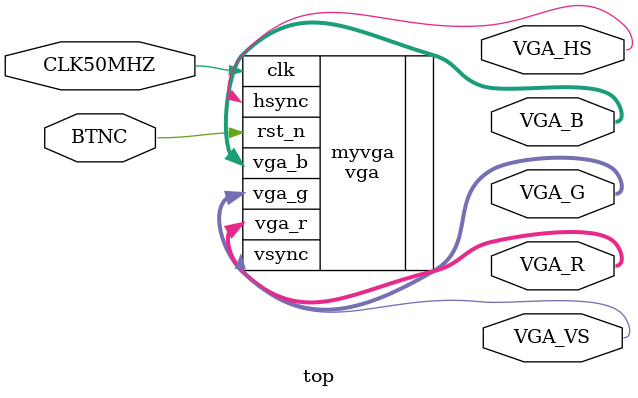
<source format=v>
`timescale 1ns / 1ps


module top(
input CLK50MHZ,
input BTNC,
output [3:0] VGA_R,
output [3:0] VGA_G,
output [3:0] VGA_B,
output VGA_HS,
output VGA_VS
    );
    vga myvga(
    .clk (CLK50MHZ),        //Ê±ÖÓÐÅºÅ
                                       .rst_n (BTNC),                       //¸´Î»ÐÅºÅ
                                       .vga_r (VGA_R),
                                       .vga_g (VGA_G),
                                       .vga_b (VGA_B),
                                                     //VGA¹¤×÷Ê±ÖÓ
                                       .hsync (VGA_HS),
                                       .vsync (VGA_VS)  
                                       );
endmodule

</source>
